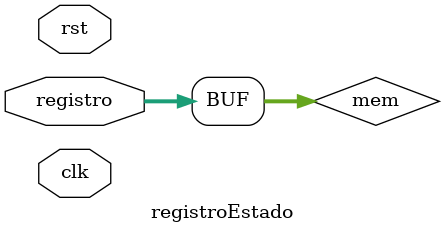
<source format=sv>
module registroEstado(input clk,rst,input[7:0] registro);

reg [7:0] mem;
always@(registro)begin
	mem=registro;
end
endmodule
</source>
